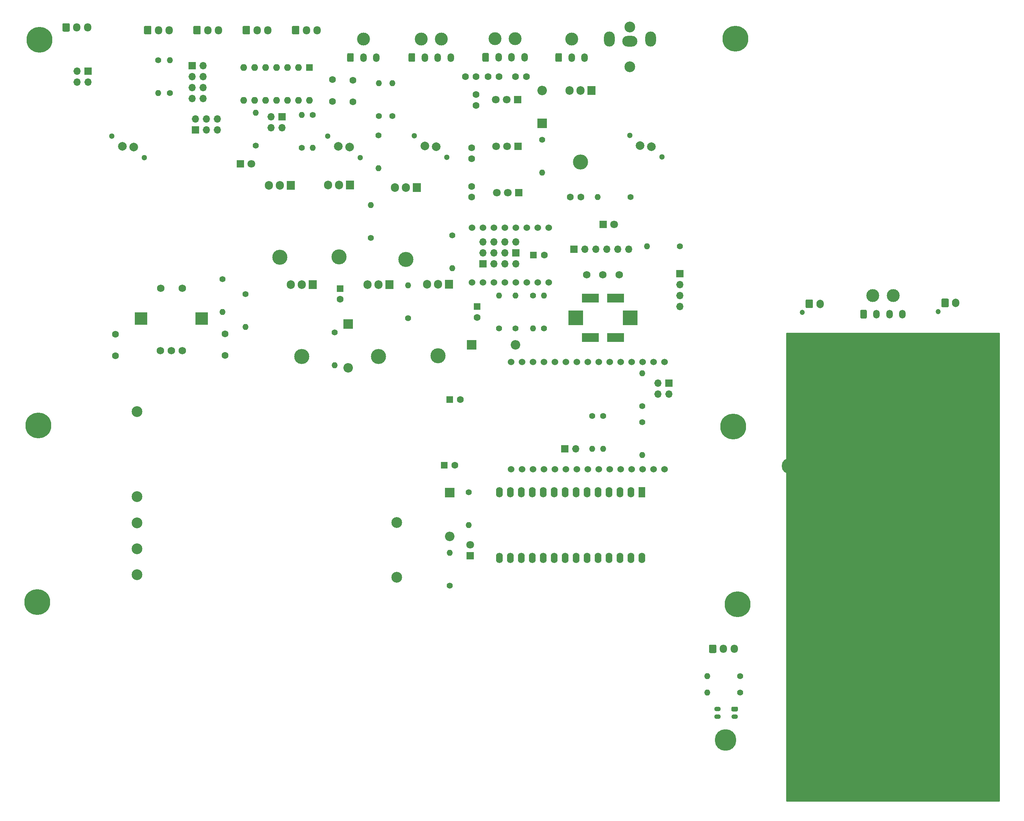
<source format=gbr>
%TF.GenerationSoftware,KiCad,Pcbnew,5.1.7-a382d34a8~88~ubuntu20.04.1*%
%TF.CreationDate,2021-05-08T15:19:39+02:00*%
%TF.ProjectId,OpenCelluloid,4f70656e-4365-46c6-9c75-6c6f69642e6b,rev?*%
%TF.SameCoordinates,Original*%
%TF.FileFunction,Soldermask,Top*%
%TF.FilePolarity,Negative*%
%FSLAX46Y46*%
G04 Gerber Fmt 4.6, Leading zero omitted, Abs format (unit mm)*
G04 Created by KiCad (PCBNEW 5.1.7-a382d34a8~88~ubuntu20.04.1) date 2021-05-08 15:19:39*
%MOMM*%
%LPD*%
G01*
G04 APERTURE LIST*
%ADD10C,0.800000*%
%ADD11C,5.000000*%
%ADD12C,6.000000*%
%ADD13C,4.000000*%
%ADD14C,1.200000*%
%ADD15O,1.700000X2.000000*%
%ADD16O,1.500000X2.020000*%
%ADD17C,3.000000*%
%ADD18C,3.600000*%
%ADD19C,0.400000*%
%ADD20C,1.600000*%
%ADD21C,2.500000*%
%ADD22O,1.600000X1.600000*%
%ADD23R,1.600000X1.600000*%
%ADD24O,1.500000X1.100000*%
%ADD25C,1.750000*%
%ADD26R,3.000000X3.000000*%
%ADD27C,1.524000*%
%ADD28O,1.700000X1.950000*%
%ADD29O,1.600000X2.400000*%
%ADD30R,1.600000X2.400000*%
%ADD31R,1.800000X1.800000*%
%ADD32C,1.800000*%
%ADD33O,3.500000X2.500000*%
%ADD34O,2.500000X3.500000*%
%ADD35R,4.000000X2.000000*%
%ADD36R,3.500000X3.500000*%
%ADD37C,1.300000*%
%ADD38C,2.000000*%
%ADD39O,1.400000X1.400000*%
%ADD40C,1.400000*%
%ADD41O,1.905000X2.000000*%
%ADD42R,1.905000X2.000000*%
%ADD43O,3.500000X3.500000*%
%ADD44O,1.700000X1.700000*%
%ADD45R,1.700000X1.700000*%
%ADD46O,2.200000X2.200000*%
%ADD47R,2.200000X2.200000*%
%ADD48C,0.254000*%
%ADD49C,0.100000*%
G04 APERTURE END LIST*
D10*
%TO.C,REF\u002A\u002A*%
X354825825Y-268174175D03*
X353500000Y-267625000D03*
X352174175Y-268174175D03*
X351625000Y-269500000D03*
X352174175Y-270825825D03*
X353500000Y-271375000D03*
X354825825Y-270825825D03*
X355375000Y-269500000D03*
D11*
X353500000Y-269500000D03*
%TD*%
D12*
%TO.C,REF\u002A\u002A*%
X356250000Y-238000000D03*
D10*
X358500000Y-238000000D03*
X357840990Y-239590990D03*
X356250000Y-240250000D03*
X354659010Y-239590990D03*
X354000000Y-238000000D03*
X354659010Y-236409010D03*
X356250000Y-235750000D03*
X357840990Y-236409010D03*
%TD*%
D12*
%TO.C,REF\u002A\u002A*%
X194000000Y-237500000D03*
D10*
X196250000Y-237500000D03*
X195590990Y-239090990D03*
X194000000Y-239750000D03*
X192409010Y-239090990D03*
X191750000Y-237500000D03*
X192409010Y-235909010D03*
X194000000Y-235250000D03*
X195590990Y-235909010D03*
%TD*%
D12*
%TO.C,REF\u002A\u002A*%
X194250000Y-196500000D03*
D10*
X196500000Y-196500000D03*
X195840990Y-198090990D03*
X194250000Y-198750000D03*
X192659010Y-198090990D03*
X192000000Y-196500000D03*
X192659010Y-194909010D03*
X194250000Y-194250000D03*
X195840990Y-194909010D03*
%TD*%
D12*
%TO.C,REF\u002A\u002A*%
X355250000Y-196750000D03*
D10*
X357500000Y-196750000D03*
X356840990Y-198340990D03*
X355250000Y-199000000D03*
X353659010Y-198340990D03*
X353000000Y-196750000D03*
X353659010Y-195159010D03*
X355250000Y-194500000D03*
X356840990Y-195159010D03*
%TD*%
D12*
%TO.C,REF\u002A\u002A*%
X194500000Y-107000000D03*
D10*
X196750000Y-107000000D03*
X196090990Y-108590990D03*
X194500000Y-109250000D03*
X192909010Y-108590990D03*
X192250000Y-107000000D03*
X192909010Y-105409010D03*
X194500000Y-104750000D03*
X196090990Y-105409010D03*
%TD*%
%TO.C,REF\u002A\u002A*%
X357340990Y-105159010D03*
X355750000Y-104500000D03*
X354159010Y-105159010D03*
X353500000Y-106750000D03*
X354159010Y-108340990D03*
X355750000Y-109000000D03*
X357340990Y-108340990D03*
X358000000Y-106750000D03*
D12*
X355750000Y-106750000D03*
%TD*%
D13*
%TO.C,J16*%
X373120000Y-221950000D03*
X405120000Y-189950000D03*
X405120000Y-221950000D03*
X373120000Y-189950000D03*
D14*
X402770000Y-170070000D03*
D15*
X406870000Y-168070000D03*
G36*
G01*
X403520000Y-168820100D02*
X403520000Y-167319900D01*
G75*
G02*
X403769900Y-167070000I249900J0D01*
G01*
X404970100Y-167070000D01*
G75*
G02*
X405220000Y-167319900I0J-249900D01*
G01*
X405220000Y-168820100D01*
G75*
G02*
X404970100Y-169070000I-249900J0D01*
G01*
X403769900Y-169070000D01*
G75*
G02*
X403520000Y-168820100I0J249900D01*
G01*
G37*
D14*
X371300000Y-170280000D03*
D15*
X375400000Y-168280000D03*
G36*
G01*
X372050000Y-169030000D02*
X372050000Y-167530000D01*
G75*
G02*
X372300000Y-167280000I250000J0D01*
G01*
X373500000Y-167280000D01*
G75*
G02*
X373750000Y-167530000I0J-250000D01*
G01*
X373750000Y-169030000D01*
G75*
G02*
X373500000Y-169280000I-250000J0D01*
G01*
X372300000Y-169280000D01*
G75*
G02*
X372050000Y-169030000I0J250000D01*
G01*
G37*
D16*
X391480000Y-170680000D03*
X388480000Y-170680000D03*
X394480000Y-170680000D03*
D17*
X392330000Y-166360000D03*
X387630000Y-166360000D03*
G36*
G01*
X384730000Y-171440000D02*
X384730000Y-169920000D01*
G75*
G02*
X384980000Y-169670000I250000J0D01*
G01*
X385980000Y-169670000D01*
G75*
G02*
X386230000Y-169920000I0J-250000D01*
G01*
X386230000Y-171440000D01*
G75*
G02*
X385980000Y-171690000I-250000J0D01*
G01*
X384980000Y-171690000D01*
G75*
G02*
X384730000Y-171440000I0J250000D01*
G01*
G37*
D18*
X389950000Y-184300000D03*
X389950000Y-227500000D03*
X368350000Y-205900000D03*
X411550000Y-205900000D03*
D19*
X373950000Y-219900000D03*
X373950000Y-191900000D03*
X373950000Y-195900000D03*
X373950000Y-217900000D03*
X373950000Y-207900000D03*
X373950000Y-209900000D03*
X373950000Y-197900000D03*
X373950000Y-189900000D03*
X373950000Y-221900000D03*
X373950000Y-201900000D03*
X373950000Y-205900000D03*
X373950000Y-211900000D03*
X373950000Y-203900000D03*
X373950000Y-213900000D03*
X373950000Y-215900000D03*
X373950000Y-199900000D03*
X373950000Y-193900000D03*
X383950000Y-207900000D03*
X377950000Y-211900000D03*
X379950000Y-203900000D03*
X381950000Y-199900000D03*
X385950000Y-219900000D03*
X387950000Y-189900000D03*
X389950000Y-213900000D03*
X383950000Y-213900000D03*
X383950000Y-199900000D03*
X375950000Y-211900000D03*
X379950000Y-213900000D03*
X381950000Y-191900000D03*
X389950000Y-221900000D03*
X377950000Y-213900000D03*
X379950000Y-211900000D03*
X387950000Y-199900000D03*
X383950000Y-211900000D03*
X379950000Y-197900000D03*
X377950000Y-203900000D03*
X375950000Y-191900000D03*
X375950000Y-195900000D03*
X389950000Y-211900000D03*
X379950000Y-199900000D03*
X377950000Y-205900000D03*
X375950000Y-199900000D03*
X381950000Y-211900000D03*
X387950000Y-191900000D03*
X381950000Y-197900000D03*
X377950000Y-215900000D03*
X385950000Y-215900000D03*
X377950000Y-217900000D03*
X381950000Y-193900000D03*
X383950000Y-219900000D03*
X389950000Y-197900000D03*
X377950000Y-193900000D03*
X375950000Y-221900000D03*
X381950000Y-205900000D03*
X379950000Y-189900000D03*
X377950000Y-189900000D03*
X389950000Y-205900000D03*
X389950000Y-207900000D03*
X389950000Y-189900000D03*
X383950000Y-215900000D03*
X383950000Y-217900000D03*
X385950000Y-189900000D03*
X385950000Y-191900000D03*
X387950000Y-211900000D03*
X375950000Y-213900000D03*
X387950000Y-209900000D03*
X375950000Y-205900000D03*
X377950000Y-195900000D03*
X379950000Y-217900000D03*
X387950000Y-219900000D03*
X383950000Y-221900000D03*
X379950000Y-205900000D03*
X383950000Y-203900000D03*
X381950000Y-219900000D03*
X377950000Y-191900000D03*
X389950000Y-193900000D03*
X375950000Y-217900000D03*
X379950000Y-219900000D03*
X375950000Y-201900000D03*
X387950000Y-213900000D03*
X389950000Y-195900000D03*
X387950000Y-197900000D03*
X381950000Y-189900000D03*
X383950000Y-189900000D03*
X385950000Y-207900000D03*
X379950000Y-191900000D03*
X389950000Y-191900000D03*
X379950000Y-209900000D03*
X385950000Y-217900000D03*
X377950000Y-197900000D03*
X389950000Y-215900000D03*
X387950000Y-193900000D03*
X377950000Y-207900000D03*
X375950000Y-215900000D03*
X389950000Y-201900000D03*
X387950000Y-195900000D03*
X383950000Y-191900000D03*
X385950000Y-193900000D03*
X387950000Y-221900000D03*
X375950000Y-189900000D03*
X389950000Y-209900000D03*
X387950000Y-215900000D03*
X379950000Y-193900000D03*
X381950000Y-209900000D03*
X383950000Y-197900000D03*
X385950000Y-211900000D03*
X387950000Y-205900000D03*
X385950000Y-195900000D03*
X383950000Y-195900000D03*
X379950000Y-215900000D03*
X387950000Y-201900000D03*
X379950000Y-195900000D03*
X383950000Y-205900000D03*
X379950000Y-221900000D03*
X385950000Y-213900000D03*
X387950000Y-217900000D03*
X385950000Y-201900000D03*
X385950000Y-209900000D03*
X385950000Y-197900000D03*
X385950000Y-199900000D03*
X375950000Y-203900000D03*
X375950000Y-209900000D03*
X377950000Y-219900000D03*
X381950000Y-221900000D03*
X385950000Y-203900000D03*
X381950000Y-201900000D03*
X381950000Y-207900000D03*
X375950000Y-219900000D03*
X377950000Y-201900000D03*
X375950000Y-207900000D03*
X379950000Y-201900000D03*
X381950000Y-195900000D03*
X379950000Y-207900000D03*
X383950000Y-193900000D03*
X387950000Y-207900000D03*
X381950000Y-213900000D03*
X383950000Y-209900000D03*
X385950000Y-205900000D03*
X377950000Y-209900000D03*
X375950000Y-193900000D03*
X385950000Y-221900000D03*
X389950000Y-217900000D03*
X383950000Y-201900000D03*
X375950000Y-197900000D03*
X389950000Y-219900000D03*
X381950000Y-217900000D03*
X377950000Y-199900000D03*
X387950000Y-203900000D03*
X389950000Y-199900000D03*
X381950000Y-203900000D03*
X377950000Y-221900000D03*
X381950000Y-215900000D03*
X389950000Y-203900000D03*
X391950000Y-207900000D03*
X393950000Y-219900000D03*
X395950000Y-189900000D03*
X397950000Y-213900000D03*
X391950000Y-213900000D03*
X391950000Y-199900000D03*
X397950000Y-221900000D03*
X395950000Y-199900000D03*
X391950000Y-211900000D03*
X397950000Y-211900000D03*
X395950000Y-191900000D03*
X393950000Y-215900000D03*
X391950000Y-219900000D03*
X397950000Y-197900000D03*
X397950000Y-205900000D03*
X397950000Y-207900000D03*
X397950000Y-189900000D03*
X391950000Y-215900000D03*
X391950000Y-217900000D03*
X393950000Y-189900000D03*
X393950000Y-191900000D03*
X395950000Y-211900000D03*
X395950000Y-209900000D03*
X395950000Y-219900000D03*
X391950000Y-221900000D03*
X391950000Y-203900000D03*
X397950000Y-193900000D03*
X395950000Y-213900000D03*
X397950000Y-195900000D03*
X395950000Y-197900000D03*
X391950000Y-189900000D03*
X393950000Y-207900000D03*
X397950000Y-191900000D03*
X393950000Y-217900000D03*
X397950000Y-215900000D03*
X395950000Y-193900000D03*
X397950000Y-201900000D03*
X395950000Y-195900000D03*
X391950000Y-191900000D03*
X393950000Y-193900000D03*
X395950000Y-221900000D03*
X397950000Y-209900000D03*
X395950000Y-215900000D03*
X391950000Y-197900000D03*
X393950000Y-211900000D03*
X395950000Y-205900000D03*
X393950000Y-195900000D03*
X391950000Y-195900000D03*
X395950000Y-201900000D03*
X391950000Y-205900000D03*
X393950000Y-213900000D03*
X395950000Y-217900000D03*
X393950000Y-201900000D03*
X393950000Y-209900000D03*
X393950000Y-197900000D03*
X393950000Y-199900000D03*
X393950000Y-203900000D03*
X391950000Y-193900000D03*
X395950000Y-207900000D03*
X391950000Y-209900000D03*
X393950000Y-205900000D03*
X393950000Y-221900000D03*
X397950000Y-217900000D03*
X391950000Y-201900000D03*
X397950000Y-219900000D03*
X395950000Y-203900000D03*
X397950000Y-199900000D03*
X397950000Y-203900000D03*
X399950000Y-189900000D03*
X401950000Y-213900000D03*
X401950000Y-221900000D03*
X399950000Y-199900000D03*
X401950000Y-211900000D03*
X399950000Y-191900000D03*
X401950000Y-197900000D03*
X401950000Y-205900000D03*
X401950000Y-207900000D03*
X401950000Y-189900000D03*
X399950000Y-211900000D03*
X399950000Y-209900000D03*
X399950000Y-219900000D03*
X401950000Y-193900000D03*
X399950000Y-213900000D03*
X401950000Y-195900000D03*
X399950000Y-197900000D03*
X401950000Y-191900000D03*
X401950000Y-215900000D03*
X399950000Y-193900000D03*
X401950000Y-201900000D03*
X399950000Y-195900000D03*
X399950000Y-221900000D03*
X401950000Y-209900000D03*
X399950000Y-215900000D03*
X399950000Y-205900000D03*
X399950000Y-201900000D03*
X399950000Y-217900000D03*
X399950000Y-207900000D03*
X401950000Y-217900000D03*
X401950000Y-219900000D03*
X399950000Y-203900000D03*
X401950000Y-199900000D03*
X401950000Y-203900000D03*
X403950000Y-213900000D03*
X403950000Y-211900000D03*
X403950000Y-197900000D03*
X403950000Y-205900000D03*
X403950000Y-207900000D03*
X403950000Y-189900000D03*
X403950000Y-193900000D03*
X403950000Y-195900000D03*
X403950000Y-191900000D03*
X403950000Y-215900000D03*
X403950000Y-201900000D03*
X403950000Y-209900000D03*
X403950000Y-217900000D03*
X403950000Y-219900000D03*
X403950000Y-199900000D03*
X403950000Y-203900000D03*
X403950000Y-221900000D03*
X405950000Y-221900000D03*
X405950000Y-213900000D03*
X405950000Y-205900000D03*
X405950000Y-211900000D03*
X405950000Y-215900000D03*
X405950000Y-219900000D03*
X405950000Y-209900000D03*
X405950000Y-207900000D03*
X405950000Y-217900000D03*
X405950000Y-197900000D03*
X405950000Y-203900000D03*
X405950000Y-201900000D03*
X405950000Y-199900000D03*
X405950000Y-193900000D03*
X405950000Y-195900000D03*
X405950000Y-191900000D03*
X405950000Y-189900000D03*
%TD*%
D16*
%TO.C,J15*%
X306900000Y-111100000D03*
X303900000Y-111100000D03*
X300900000Y-111100000D03*
G36*
G01*
X297150000Y-111860000D02*
X297150000Y-110340000D01*
G75*
G02*
X297400000Y-110090000I250000J0D01*
G01*
X298400000Y-110090000D01*
G75*
G02*
X298650000Y-110340000I0J-250000D01*
G01*
X298650000Y-111860000D01*
G75*
G02*
X298400000Y-112110000I-250000J0D01*
G01*
X297400000Y-112110000D01*
G75*
G02*
X297150000Y-111860000I0J250000D01*
G01*
G37*
D17*
X304750000Y-106780000D03*
X300050000Y-106780000D03*
%TD*%
D20*
%TO.C,Murata-Ceramic-Capacitor-50v1-22uF1*%
X304840000Y-115570000D03*
X307340000Y-115570000D03*
%TD*%
%TO.C,Murata-Ceramic-Capacitor-50v1-22uF6*%
X295656000Y-119724800D03*
X295656000Y-122224800D03*
%TD*%
D21*
%TO.C,U7*%
X277296000Y-218998800D03*
X277296000Y-231748800D03*
X217096000Y-193298800D03*
X217096000Y-213048800D03*
X217096000Y-219098800D03*
X217096000Y-225098800D03*
X217096000Y-231098800D03*
%TD*%
D22*
%TO.C,U15*%
X257048000Y-121031000D03*
X241808000Y-113411000D03*
X254508000Y-121031000D03*
X244348000Y-113411000D03*
X251968000Y-121031000D03*
X246888000Y-113411000D03*
X249428000Y-121031000D03*
X249428000Y-113411000D03*
X246888000Y-121031000D03*
X251968000Y-113411000D03*
X244348000Y-121031000D03*
X254508000Y-113411000D03*
X241808000Y-121031000D03*
D23*
X257048000Y-113411000D03*
%TD*%
D24*
%TO.C,U14*%
X355600000Y-264100000D03*
G36*
G01*
X355125000Y-261750000D02*
X356075000Y-261750000D01*
G75*
G02*
X356350000Y-262025000I0J-275000D01*
G01*
X356350000Y-262575000D01*
G75*
G02*
X356075000Y-262850000I-275000J0D01*
G01*
X355125000Y-262850000D01*
G75*
G02*
X354850000Y-262575000I0J275000D01*
G01*
X354850000Y-262025000D01*
G75*
G02*
X355125000Y-261750000I275000J0D01*
G01*
G37*
X351600000Y-262300000D03*
X351600000Y-264100000D03*
%TD*%
D25*
%TO.C,U13*%
X222569400Y-164671600D03*
X227569400Y-164671600D03*
D26*
X232069400Y-171671600D03*
X218069400Y-171671600D03*
D25*
X225069400Y-179171600D03*
X227609400Y-179171600D03*
X222529400Y-179171600D03*
%TD*%
D27*
%TO.C,U12*%
X294767000Y-150622000D03*
X297307000Y-150622000D03*
X299847000Y-150622000D03*
X302387000Y-150622000D03*
X304927000Y-150622000D03*
X307467000Y-150622000D03*
X310007000Y-150622000D03*
X312547000Y-150622000D03*
X312547000Y-163322000D03*
X310007000Y-163322000D03*
X307467000Y-163322000D03*
X304927000Y-163322000D03*
X302387000Y-163322000D03*
X299847000Y-163322000D03*
X297307000Y-163322000D03*
X294767000Y-163322000D03*
%TD*%
D28*
%TO.C,U11*%
X224583000Y-104775000D03*
X222083000Y-104775000D03*
G36*
G01*
X218733000Y-105500000D02*
X218733000Y-104050000D01*
G75*
G02*
X218983000Y-103800000I250000J0D01*
G01*
X220183000Y-103800000D01*
G75*
G02*
X220433000Y-104050000I0J-250000D01*
G01*
X220433000Y-105500000D01*
G75*
G02*
X220183000Y-105750000I-250000J0D01*
G01*
X218983000Y-105750000D01*
G75*
G02*
X218733000Y-105500000I0J250000D01*
G01*
G37*
%TD*%
D29*
%TO.C,U10*%
X334137000Y-227203000D03*
X301117000Y-211963000D03*
X331597000Y-227203000D03*
X303657000Y-211963000D03*
X329057000Y-227203000D03*
X306197000Y-211963000D03*
X326517000Y-227203000D03*
X308737000Y-211963000D03*
X323977000Y-227203000D03*
X311277000Y-211963000D03*
X321437000Y-227203000D03*
X313817000Y-211963000D03*
X318897000Y-227203000D03*
X316357000Y-211963000D03*
X316357000Y-227203000D03*
X318897000Y-211963000D03*
X313817000Y-227203000D03*
X321437000Y-211963000D03*
X311277000Y-227203000D03*
X323977000Y-211963000D03*
X308737000Y-227203000D03*
X326517000Y-211963000D03*
X306197000Y-227203000D03*
X329057000Y-211963000D03*
X303657000Y-227203000D03*
X331597000Y-211963000D03*
X301117000Y-227203000D03*
D30*
X334137000Y-211963000D03*
%TD*%
D27*
%TO.C,U9*%
X339344000Y-206629000D03*
X336804000Y-206629000D03*
X334264000Y-206629000D03*
X331724000Y-206629000D03*
X329184000Y-206629000D03*
X326644000Y-206629000D03*
X324104000Y-206629000D03*
X321564000Y-206629000D03*
X319024000Y-206629000D03*
X316484000Y-206629000D03*
X313944000Y-206629000D03*
X311404000Y-206629000D03*
X308864000Y-206629000D03*
X306324000Y-206629000D03*
X303784000Y-206629000D03*
X303784000Y-181737000D03*
X306324000Y-181737000D03*
X306324000Y-181737000D03*
X308864000Y-181737000D03*
X311404000Y-181737000D03*
X313944000Y-181737000D03*
X316484000Y-181737000D03*
X319024000Y-181737000D03*
X321564000Y-181737000D03*
X324104000Y-181737000D03*
X326644000Y-181737000D03*
X329184000Y-181737000D03*
X331724000Y-181737000D03*
X334264000Y-181737000D03*
X336804000Y-181737000D03*
X339344000Y-181737000D03*
%TD*%
D28*
%TO.C,U8*%
X236013000Y-104775000D03*
X233513000Y-104775000D03*
G36*
G01*
X230163000Y-105500000D02*
X230163000Y-104050000D01*
G75*
G02*
X230413000Y-103800000I250000J0D01*
G01*
X231613000Y-103800000D01*
G75*
G02*
X231863000Y-104050000I0J-250000D01*
G01*
X231863000Y-105500000D01*
G75*
G02*
X231613000Y-105750000I-250000J0D01*
G01*
X230413000Y-105750000D01*
G75*
G02*
X230163000Y-105500000I0J250000D01*
G01*
G37*
%TD*%
D31*
%TO.C,U6*%
X305308000Y-120904000D03*
D32*
X302768000Y-120904000D03*
X300228000Y-120904000D03*
%TD*%
D31*
%TO.C,U5*%
X305562000Y-142494000D03*
D32*
X303022000Y-142494000D03*
X300482000Y-142494000D03*
%TD*%
D31*
%TO.C,U4*%
X305435000Y-131699000D03*
D32*
X302895000Y-131699000D03*
X300355000Y-131699000D03*
%TD*%
D33*
%TO.C,U2*%
X331343000Y-107315000D03*
D34*
X336143000Y-106815000D03*
X326543000Y-106815000D03*
D21*
X331343000Y-113315000D03*
X331343000Y-104065000D03*
%TD*%
D35*
%TO.C,U1*%
X327976800Y-166932600D03*
X322176800Y-166932600D03*
X322176800Y-176132600D03*
X327976800Y-176132600D03*
D36*
X318776800Y-171532600D03*
X331376800Y-171532600D03*
D25*
X328826800Y-161532600D03*
X325076800Y-161532600D03*
X321326800Y-161532600D03*
%TD*%
D16*
%TO.C,SW1*%
X320833000Y-111125000D03*
X317833000Y-111125000D03*
G36*
G01*
X314083000Y-111885000D02*
X314083000Y-110365000D01*
G75*
G02*
X314333000Y-110115000I250000J0D01*
G01*
X315333000Y-110115000D01*
G75*
G02*
X315583000Y-110365000I0J-250000D01*
G01*
X315583000Y-111885000D01*
G75*
G02*
X315333000Y-112135000I-250000J0D01*
G01*
X314333000Y-112135000D01*
G75*
G02*
X314083000Y-111885000I0J250000D01*
G01*
G37*
D17*
X317833000Y-106805000D03*
%TD*%
D37*
%TO.C,S4*%
X338776000Y-134199000D03*
X331276000Y-129199000D03*
D38*
X336326000Y-131799000D03*
X333726000Y-131599000D03*
%TD*%
D37*
%TO.C,S3*%
X218761000Y-134326000D03*
X211261000Y-129326000D03*
D38*
X216311000Y-131926000D03*
X213711000Y-131726000D03*
%TD*%
D37*
%TO.C,S2*%
X288865000Y-134262500D03*
X281365000Y-129262500D03*
D38*
X286415000Y-131862500D03*
X283815000Y-131662500D03*
%TD*%
D37*
%TO.C,S1*%
X268799000Y-134326000D03*
X261299000Y-129326000D03*
D38*
X266349000Y-131926000D03*
X263749000Y-131726000D03*
%TD*%
D39*
%TO.C,R29*%
X276309000Y-117093698D03*
D40*
X276309000Y-124713698D03*
%TD*%
D39*
%TO.C,R28*%
X255270000Y-124460000D03*
D40*
X255270000Y-132080000D03*
%TD*%
D39*
%TO.C,R27*%
X244602000Y-123952000D03*
D40*
X244602000Y-131572000D03*
%TD*%
D39*
%TO.C,R26*%
X257810000Y-132080000D03*
D40*
X257810000Y-124460000D03*
%TD*%
D39*
%TO.C,R25*%
X349250000Y-254680000D03*
D40*
X356870000Y-254680000D03*
%TD*%
D39*
%TO.C,R24*%
X273159000Y-117093698D03*
D40*
X273159000Y-124713698D03*
%TD*%
D39*
%TO.C,R23*%
X349250000Y-258490000D03*
D40*
X356870000Y-258490000D03*
%TD*%
D39*
%TO.C,R22*%
X334213200Y-203352400D03*
D40*
X334213200Y-195732400D03*
%TD*%
D39*
%TO.C,R21*%
X334213200Y-184404000D03*
D40*
X334213200Y-192024000D03*
%TD*%
D39*
%TO.C,R20*%
X236931200Y-170180000D03*
D40*
X236931200Y-162560000D03*
%TD*%
D39*
%TO.C,R19*%
X322580000Y-201930000D03*
D40*
X322580000Y-194310000D03*
%TD*%
D39*
%TO.C,R18*%
X325120000Y-201930000D03*
D40*
X325120000Y-194310000D03*
%TD*%
D39*
%TO.C,R17*%
X308864000Y-173990000D03*
D40*
X308864000Y-166370000D03*
%TD*%
D39*
%TO.C,R16*%
X335280000Y-154940000D03*
D40*
X342900000Y-154940000D03*
%TD*%
D39*
%TO.C,R15*%
X221996000Y-119380000D03*
D40*
X221996000Y-111760000D03*
%TD*%
D39*
%TO.C,R14*%
X323850000Y-143510000D03*
D40*
X331470000Y-143510000D03*
%TD*%
D39*
%TO.C,R13*%
X304800000Y-166370000D03*
D40*
X304800000Y-173990000D03*
%TD*%
D39*
%TO.C,R12*%
X311404000Y-166370000D03*
D40*
X311404000Y-173990000D03*
%TD*%
D39*
%TO.C,R11*%
X262890000Y-182499000D03*
D40*
X262890000Y-174879000D03*
%TD*%
D39*
%TO.C,R10*%
X273100800Y-136804400D03*
D40*
X273100800Y-129184400D03*
%TD*%
D39*
%TO.C,R9*%
X290195000Y-160020000D03*
D40*
X290195000Y-152400000D03*
%TD*%
D39*
%TO.C,R8*%
X242214400Y-173685200D03*
D40*
X242214400Y-166065200D03*
%TD*%
D39*
%TO.C,R7*%
X224739200Y-111760000D03*
D40*
X224739200Y-119380000D03*
%TD*%
D39*
%TO.C,R6*%
X294005000Y-219583000D03*
D40*
X294005000Y-211963000D03*
%TD*%
D39*
%TO.C,R5*%
X289560000Y-226060000D03*
D40*
X289560000Y-233680000D03*
%TD*%
D39*
%TO.C,R4*%
X279958800Y-164033200D03*
D40*
X279958800Y-171653200D03*
%TD*%
D39*
%TO.C,R3*%
X300990000Y-166370000D03*
D40*
X300990000Y-173990000D03*
%TD*%
D39*
%TO.C,R2*%
X271322800Y-145389600D03*
D40*
X271322800Y-153009600D03*
%TD*%
D39*
%TO.C,R1*%
X311023000Y-137795000D03*
D40*
X311023000Y-130175000D03*
%TD*%
D41*
%TO.C,Q7*%
X252730000Y-163830000D03*
X255270000Y-163830000D03*
D42*
X257810000Y-163830000D03*
D43*
X255270000Y-180490000D03*
%TD*%
D41*
%TO.C,Q6*%
X276860000Y-141305280D03*
X279400000Y-141305280D03*
D42*
X281940000Y-141305280D03*
D43*
X279400000Y-157965280D03*
%TD*%
D41*
%TO.C,Q5*%
X247650000Y-140817600D03*
X250190000Y-140817600D03*
D42*
X252730000Y-140817600D03*
D43*
X250190000Y-157477600D03*
%TD*%
D41*
%TO.C,Q4*%
X270510000Y-163830000D03*
X273050000Y-163830000D03*
D42*
X275590000Y-163830000D03*
D43*
X273050000Y-180490000D03*
%TD*%
D41*
%TO.C,Q3*%
X284353000Y-163703000D03*
X286893000Y-163703000D03*
D42*
X289433000Y-163703000D03*
D43*
X286893000Y-180363000D03*
%TD*%
D41*
%TO.C,Q2*%
X261416800Y-140716000D03*
X263956800Y-140716000D03*
D42*
X266496800Y-140716000D03*
D43*
X263956800Y-157376000D03*
%TD*%
D41*
%TO.C,Q1*%
X317373000Y-118745000D03*
X319913000Y-118745000D03*
D42*
X322453000Y-118745000D03*
D43*
X319913000Y-135405000D03*
%TD*%
D20*
%TO.C,Murata-Ceramic-Capacitor-50v1-22uF5*%
X294640000Y-141010000D03*
X294640000Y-143510000D03*
%TD*%
%TO.C,Murata-Ceramic-Capacitor-50v1-22uF4*%
X294640000Y-134580000D03*
X294640000Y-132080000D03*
%TD*%
%TO.C,50V-10uF1*%
X293200000Y-115600000D03*
X295700000Y-115600000D03*
%TD*%
%TO.C,Murata-Ceramic-Capacitor-50v1-22uF2*%
X298490000Y-115570000D03*
X300990000Y-115570000D03*
%TD*%
D44*
%TO.C,JT1*%
X297307000Y-153924000D03*
X297307000Y-156464000D03*
X299847000Y-153924000D03*
X299847000Y-156464000D03*
X302387000Y-153924000D03*
X302387000Y-156464000D03*
X304927000Y-153924000D03*
D45*
X304927000Y-156464000D03*
%TD*%
D44*
%TO.C,JP1*%
X331089000Y-155575000D03*
X328549000Y-155575000D03*
X326009000Y-155575000D03*
X323469000Y-155575000D03*
X320929000Y-155575000D03*
D45*
X318389000Y-155575000D03*
%TD*%
D28*
%TO.C,J10*%
X355520000Y-248330000D03*
X353020000Y-248330000D03*
G36*
G01*
X349670000Y-249055000D02*
X349670000Y-247605000D01*
G75*
G02*
X349920000Y-247355000I250000J0D01*
G01*
X351120000Y-247355000D01*
G75*
G02*
X351370000Y-247605000I0J-250000D01*
G01*
X351370000Y-249055000D01*
G75*
G02*
X351120000Y-249305000I-250000J0D01*
G01*
X349920000Y-249305000D01*
G75*
G02*
X349670000Y-249055000I0J250000D01*
G01*
G37*
%TD*%
%TO.C,J9*%
X247443000Y-104775000D03*
X244943000Y-104775000D03*
G36*
G01*
X241593000Y-105500000D02*
X241593000Y-104050000D01*
G75*
G02*
X241843000Y-103800000I250000J0D01*
G01*
X243043000Y-103800000D01*
G75*
G02*
X243293000Y-104050000I0J-250000D01*
G01*
X243293000Y-105500000D01*
G75*
G02*
X243043000Y-105750000I-250000J0D01*
G01*
X241843000Y-105750000D01*
G75*
G02*
X241593000Y-105500000I0J250000D01*
G01*
G37*
%TD*%
D44*
%TO.C,J8*%
X304927000Y-159004000D03*
X302387000Y-159004000D03*
X299847000Y-159004000D03*
D45*
X297307000Y-159004000D03*
%TD*%
D16*
%TO.C,J7*%
X289797000Y-111125000D03*
X286797000Y-111125000D03*
X283797000Y-111125000D03*
G36*
G01*
X280047000Y-111885000D02*
X280047000Y-110365000D01*
G75*
G02*
X280297000Y-110115000I250000J0D01*
G01*
X281297000Y-110115000D01*
G75*
G02*
X281547000Y-110365000I0J-250000D01*
G01*
X281547000Y-111885000D01*
G75*
G02*
X281297000Y-112135000I-250000J0D01*
G01*
X280297000Y-112135000D01*
G75*
G02*
X280047000Y-111885000I0J250000D01*
G01*
G37*
D17*
X287647000Y-106805000D03*
X282947000Y-106805000D03*
%TD*%
D16*
%TO.C,J6*%
X272573000Y-111125000D03*
X269573000Y-111125000D03*
G36*
G01*
X265823000Y-111885000D02*
X265823000Y-110365000D01*
G75*
G02*
X266073000Y-110115000I250000J0D01*
G01*
X267073000Y-110115000D01*
G75*
G02*
X267323000Y-110365000I0J-250000D01*
G01*
X267323000Y-111885000D01*
G75*
G02*
X267073000Y-112135000I-250000J0D01*
G01*
X266073000Y-112135000D01*
G75*
G02*
X265823000Y-111885000I0J250000D01*
G01*
G37*
D17*
X269573000Y-106805000D03*
%TD*%
D44*
%TO.C,J5*%
X318770000Y-201930000D03*
D45*
X316230000Y-201930000D03*
%TD*%
D28*
%TO.C,J4*%
X258873000Y-104775000D03*
X256373000Y-104775000D03*
G36*
G01*
X253023000Y-105500000D02*
X253023000Y-104050000D01*
G75*
G02*
X253273000Y-103800000I250000J0D01*
G01*
X254473000Y-103800000D01*
G75*
G02*
X254723000Y-104050000I0J-250000D01*
G01*
X254723000Y-105500000D01*
G75*
G02*
X254473000Y-105750000I-250000J0D01*
G01*
X253273000Y-105750000D01*
G75*
G02*
X253023000Y-105500000I0J250000D01*
G01*
G37*
%TD*%
D44*
%TO.C,J3*%
X337820000Y-189230000D03*
X340360000Y-189230000D03*
X337820000Y-186690000D03*
D45*
X340360000Y-186690000D03*
%TD*%
D44*
%TO.C,J2*%
X235712000Y-125349000D03*
X235712000Y-127889000D03*
X233172000Y-125349000D03*
X233172000Y-127889000D03*
X230632000Y-125349000D03*
D45*
X230632000Y-127889000D03*
%TD*%
D44*
%TO.C,J1*%
X342900000Y-168910000D03*
X342900000Y-166370000D03*
X342900000Y-163830000D03*
D45*
X342900000Y-161290000D03*
%TD*%
D32*
%TO.C,D14*%
X327660000Y-149860000D03*
D31*
X325120000Y-149860000D03*
%TD*%
D32*
%TO.C,D13*%
X243586000Y-135763000D03*
D31*
X241046000Y-135763000D03*
%TD*%
D32*
%TO.C,D5*%
X294335200Y-224231200D03*
D31*
X294335200Y-226771200D03*
%TD*%
D46*
%TO.C,D4*%
X289560000Y-222250000D03*
D47*
X289560000Y-212090000D03*
%TD*%
D46*
%TO.C,D3*%
X266000000Y-183160000D03*
D47*
X266000000Y-173000000D03*
%TD*%
D46*
%TO.C,D2*%
X304800000Y-177800000D03*
D47*
X294640000Y-177800000D03*
%TD*%
D46*
%TO.C,D1*%
X311023000Y-118745000D03*
D47*
X311023000Y-126365000D03*
%TD*%
D20*
%TO.C,C10*%
X262382000Y-116285000D03*
X262382000Y-121285000D03*
%TD*%
%TO.C,C9*%
X267106400Y-121382800D03*
X267106400Y-116382800D03*
%TD*%
%TO.C,C8*%
X237490000Y-180260000D03*
X237490000Y-175260000D03*
%TD*%
%TO.C,C7*%
X212090000Y-175340000D03*
X212090000Y-180340000D03*
%TD*%
%TO.C,C6*%
X311500000Y-157000000D03*
D23*
X309000000Y-157000000D03*
%TD*%
D20*
%TO.C,C5*%
X264160000Y-167244400D03*
D23*
X264160000Y-164744400D03*
%TD*%
D20*
%TO.C,C4*%
X295910000Y-171410000D03*
D23*
X295910000Y-168910000D03*
%TD*%
D20*
%TO.C,C3*%
X290790000Y-205740000D03*
D23*
X288290000Y-205740000D03*
%TD*%
D20*
%TO.C,C2*%
X320000000Y-143510000D03*
X317500000Y-143510000D03*
%TD*%
%TO.C,C1*%
X292060000Y-190500000D03*
D23*
X289560000Y-190500000D03*
%TD*%
D45*
%TO.C,J11*%
X250698000Y-124841000D03*
D44*
X248158000Y-124841000D03*
X250698000Y-127381000D03*
X248158000Y-127381000D03*
%TD*%
%TO.C,J12*%
G36*
G01*
X199810000Y-104865000D02*
X199810000Y-103415000D01*
G75*
G02*
X200060000Y-103165000I250000J0D01*
G01*
X201260000Y-103165000D01*
G75*
G02*
X201510000Y-103415000I0J-250000D01*
G01*
X201510000Y-104865000D01*
G75*
G02*
X201260000Y-105115000I-250000J0D01*
G01*
X200060000Y-105115000D01*
G75*
G02*
X199810000Y-104865000I0J250000D01*
G01*
G37*
D28*
X203160000Y-104140000D03*
X205660000Y-104140000D03*
%TD*%
D45*
%TO.C,J13*%
X205740000Y-114300000D03*
D44*
X203200000Y-114300000D03*
X205740000Y-116840000D03*
X203200000Y-116840000D03*
%TD*%
D45*
%TO.C,J14*%
X229870000Y-113030000D03*
D44*
X232410000Y-113030000D03*
X229870000Y-115570000D03*
X232410000Y-115570000D03*
X229870000Y-118110000D03*
X232410000Y-118110000D03*
X229870000Y-120650000D03*
X232410000Y-120650000D03*
%TD*%
D48*
X416873000Y-283623000D02*
X367627000Y-283623000D01*
X367627000Y-175127000D01*
X416873000Y-175127000D01*
X416873000Y-283623000D01*
D49*
G36*
X416873000Y-283623000D02*
G01*
X367627000Y-283623000D01*
X367627000Y-175127000D01*
X416873000Y-175127000D01*
X416873000Y-283623000D01*
G37*
M02*

</source>
